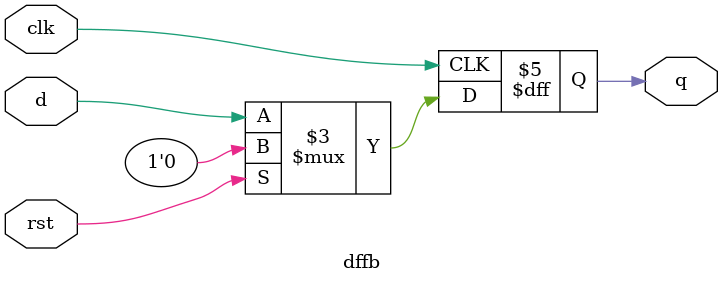
<source format=v>
/**************************************************
P1.1 BEHAVIORAL POSITIVE EDGE TRIGGERED D-FLIPFLOP   
SYNCHRONOUS ACTIVE HIGH RESET
************************************************/


module dffb(q,d,clk,rst);

	input d,clk,rst;
	output reg q;

	always@(posedge clk)
		if(rst)
			q <= 1'b0;
		else
			q <= d;

endmodule
</source>
